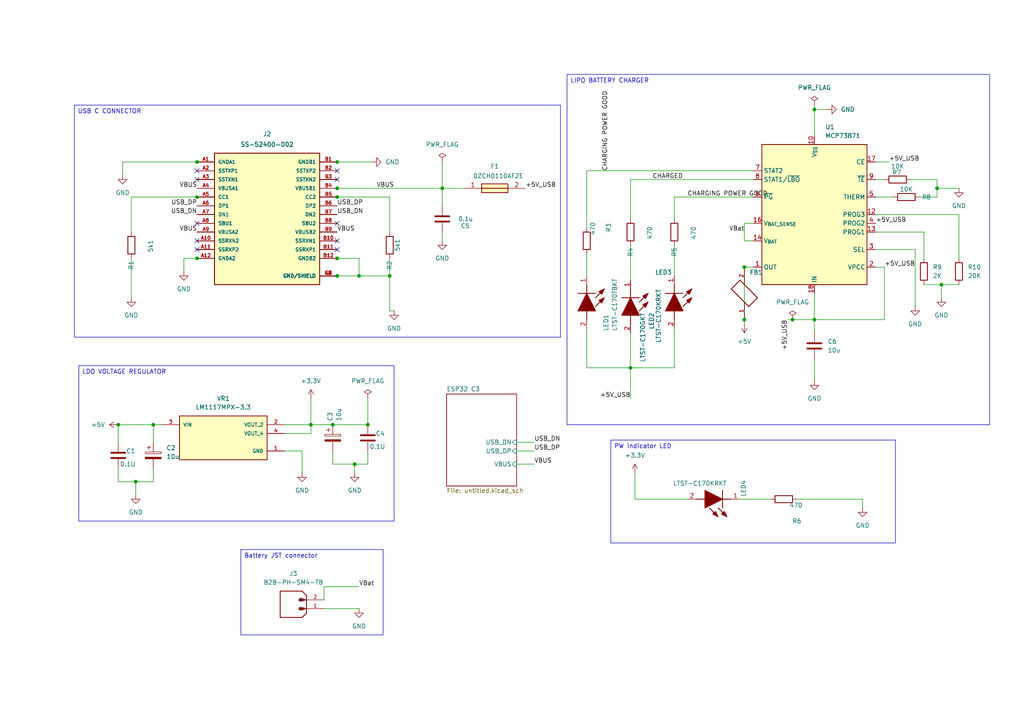
<source format=kicad_sch>
(kicad_sch (version 20250114) (generator "eeschema") (generator_version "9.0")
  (paper "A4")
  (lib_symbols
    (symbol "0ZCH0110AF2E:0ZCH0110AF2E" (pin_names (hide yes))
      (property "Reference" "F" (at 13.97 6.35 0))
      (property "Value" "0ZCH0110AF2E" (at 13.97 3.81 0))
      (symbol "0ZCH0110AF2E_1_1"
        (rectangle (start 5.08 1.27) (end 12.7 -1.27) (stroke (width 0.254)) (fill (type background)))
        (polyline (pts (xy 5.08 0) (xy 12.7 0)) (stroke (width 0.254)))
        (pin passive line (at 0 0 0) (length 5.08) (name "1") (number "1"))
        (pin passive line (at 17.78 0 180) (length 5.08) (name "2") (number "2"))
      )
    )
    (symbol "B2B-PH-SM4-TB:B2B-PH-SM4-TB" (pin_names (offset 1.016))
      (property "Reference" "J" (at 0 6.35 0))
      (property "Value" "B2B-PH-SM4-TB" (at 0 -5.08 0))
      (symbol "B2B-PH-SM4-TB_0_0"
        (polyline (pts (xy 0 3.81) (xy 0 2.54)) (stroke (width 0.254)))
        (polyline (pts (xy 0 3.81) (xy 1.27 5.08)) (stroke (width 0.254)))
        (polyline (pts (xy 0 2.54) (xy 0 -1.27)) (stroke (width 0.254)))
        (polyline (pts (xy 0 2.54) (xy 1.905 2.54)) (stroke (width 0.254)))
        (polyline (pts (xy 0 0) (xy 1.905 0)) (stroke (width 0.254)))
        (polyline (pts (xy 0 -1.27) (xy 1.27 -2.54)) (stroke (width 0.254)))
        (rectangle (start 0.635 2.2225) (end 2.2225 2.8575) (stroke (width 0.1)) (fill (type outline)))
        (rectangle (start 0.635 -0.3175) (end 2.2225 0.3175) (stroke (width 0.1)) (fill (type outline)))
        (polyline (pts (xy 1.27 -2.54) (xy 7.62 -2.54)) (stroke (width 0.254)))
        (polyline (pts (xy 7.62 5.08) (xy 1.27 5.08)) (stroke (width 0.254)))
        (polyline (pts (xy 7.62 -2.54) (xy 7.62 5.08)) (stroke (width 0.254)))
        (pin passive line (at -5.08 2.54 0) (length 5.08) (name "1") (number "1"))
        (pin passive line (at -5.08 0 0) (length 5.08) (name "2") (number "2"))
      )
    )
    (symbol "Battery_Management:MCP73871"
      (property "Reference" "U" (at -7.62 24.13 0))
      (property "Value" "MCP73871" (at -15.24 21.59 0))
      (symbol "MCP73871_0_1"
        (rectangle (start -15.24 20.32) (end 15.24 -20.32) (stroke (width 0.254)) (fill (type background)))
      )
      (symbol "MCP73871_1_1"
        (pin input line (at -17.78 15.24 0) (length 2.54) (name "VPCC") (number "2"))
        (pin input line (at -17.78 10.16 0) (length 2.54) (name "SEL") (number "3"))
        (pin bidirectional line (at -17.78 5.08 0) (length 2.54) (name "PROG1") (number "13"))
        (pin input line (at -17.78 2.54 0) (length 2.54) (name "PROG2") (number "4"))
        (pin bidirectional line (at -17.78 0 0) (length 2.54) (name "PROG3") (number "12"))
        (pin bidirectional line (at -17.78 -5.08 0) (length 2.54) (name "THERM") (number "5"))
        (pin input line (at -17.78 -10.16 0) (length 2.54) (name "~{TE}") (number "9"))
        (pin input line (at -17.78 -15.24 0) (length 2.54) (name "CE") (number "17"))
        (pin power_in line (at 0 22.86 270) (length 2.54) (name "IN") (number "18"))
        (pin passive line (at 0 22.86 270) (length 2.54) (hide yes) (name "IN") (number "19"))
        (pin power_in line (at 0 -22.86 90) (length 2.54) (name "V_{SS}") (number "10"))
        (pin passive line (at 0 -22.86 90) (length 2.54) (hide yes) (name "V_{SS}") (number "11"))
        (pin passive line (at 0 -22.86 90) (length 2.54) (hide yes) (name "V_{SS}") (number "21"))
        (pin power_out line (at 17.78 15.24 180) (length 2.54) (name "OUT") (number "1"))
        (pin passive line (at 17.78 15.24 180) (length 2.54) (hide yes) (name "OUT") (number "20"))
        (pin power_out line (at 17.78 7.62 180) (length 2.54) (name "V_{BAT}") (number "14"))
        (pin passive line (at 17.78 7.62 180) (length 2.54) (hide yes) (name "V_{BAT}") (number "15"))
        (pin input line (at 17.78 2.54 180) (length 2.54) (name "V_{BAT_SENSE}") (number "16"))
        (pin open_collector line (at 17.78 -5.08 180) (length 2.54) (name "~{PG}") (number "6"))
        (pin open_collector line (at 17.78 -10.16 180) (length 2.54) (name "STAT1/~{LBO}") (number "8"))
        (pin open_collector line (at 17.78 -12.7 180) (length 2.54) (name "STAT2") (number "7"))
      )
    )
    (symbol "Device:C" (pin_numbers (hide yes)) (pin_names (offset 0.254))
      (property "Reference" "C" (at 0.635 2.54 0))
      (property "Value" "C" (at 0.635 -2.54 0))
      (symbol "C_0_1"
        (polyline (pts (xy -2.032 0.762) (xy 2.032 0.762)) (stroke (width 0.508)))
        (polyline (pts (xy -2.032 -0.762) (xy 2.032 -0.762)) (stroke (width 0.508)))
      )
      (symbol "C_1_1"
        (pin passive line (at 0 3.81 270) (length 2.794) (name "~") (number "1"))
        (pin passive line (at 0 -3.81 90) (length 2.794) (name "~") (number "2"))
      )
    )
    (symbol "Device:C_Polarized" (pin_numbers (hide yes)) (pin_names (offset 0.254))
      (property "Reference" "C" (at 0.635 2.54 0))
      (property "Value" "C_Polarized" (at 0.635 -2.54 0))
      (symbol "C_Polarized_0_1"
        (rectangle (start -2.286 0.508) (end 2.286 1.016))
        (polyline (pts (xy -1.778 2.286) (xy -0.762 2.286)))
        (polyline (pts (xy -1.27 2.794) (xy -1.27 1.778)))
        (rectangle (start 2.286 -0.508) (end -2.286 -1.016) (fill (type outline)))
      )
      (symbol "C_Polarized_1_1"
        (pin passive line (at 0 3.81 270) (length 2.794) (name "~") (number "1"))
        (pin passive line (at 0 -3.81 90) (length 2.794) (name "~") (number "2"))
      )
    )
    (symbol "Device:R" (pin_numbers (hide yes)) (pin_names (offset 0))
      (property "Reference" "R" (at 2.032 0 90))
      (property "Value" "R" (at 0 0 90))
      (symbol "R_0_1"
        (rectangle (start -1.016 -2.54) (end 1.016 2.54) (stroke (width 0.254)))
      )
      (symbol "R_1_1"
        (pin passive line (at 0 3.81 270) (length 1.27) (name "~") (number "1"))
        (pin passive line (at 0 -3.81 90) (length 1.27) (name "~") (number "2"))
      )
    )
    (symbol "FBMJ2125HM330-T:FBMJ2125HM330-T" (pin_names (offset 1.016))
      (property "Reference" "FB" (at -7.6244 5.0815 0))
      (property "Value" "FBMJ2125HM330-T" (at -7.63 -7.6266 0))
      (symbol "FBMJ2125HM330-T_0_0"
        (polyline (pts (xy -3.81 -1.27) (xy -1.27 -3.81)) (stroke (width 0.254)))
        (polyline (pts (xy -1.27 -3.81) (xy 3.81 1.27)) (stroke (width 0.254)))
        (polyline (pts (xy 1.27 3.81) (xy -3.81 -1.27)) (stroke (width 0.254)))
        (polyline (pts (xy 3.81 1.27) (xy 1.27 3.81)) (stroke (width 0.254)))
        (pin passive line (at -7.62 0 0) (length 5.08) (name "~") (number "1"))
        (pin passive line (at 7.62 0 180) (length 5.08) (name "~") (number "2"))
      )
    )
    (symbol "LM1117MPX-3.3:LM1117MPX-3.3" (pin_names (offset 1.016))
      (property "Reference" "VR" (at -12.7 6.08 0))
      (property "Value" "LM1117MPX-3.3" (at -12.7 -9.08 0))
      (symbol "LM1117MPX-3.3_0_0"
        (rectangle (start -12.7 -7.62) (end 12.7 5.08) (stroke (width 0.254)) (fill (type background)))
        (pin power_in line (at -17.78 2.54 0) (length 5.08) (name "VIN") (number "3"))
        (pin power_in line (at 17.78 2.54 180) (length 5.08) (name "VOUT_2") (number "2"))
        (pin power_in line (at 17.78 0 180) (length 5.08) (name "VOUT_4") (number "4"))
        (pin power_in line (at 17.78 -5.08 180) (length 5.08) (name "GND") (number "1"))
      )
    )
    (symbol "LTST-C170GKT:LTST-C170GKT" (pin_names (hide yes))
      (property "Reference" "LED" (at 12.7 8.89 0))
      (property "Value" "LTST-C170GKT" (at 12.7 6.35 0))
      (symbol "LTST-C170GKT_1_1"
        (polyline (pts (xy 2.54 0) (xy 5.08 0)) (stroke (width 0.254)))
        (polyline (pts (xy 5.08 2.54) (xy 5.08 -2.54)) (stroke (width 0.254)))
        (polyline (pts (xy 5.08 0) (xy 10.16 2.54) (xy 10.16 -2.54) (xy 5.08 0)) (stroke (width 0.254)) (fill (type outline)))
        (polyline (pts (xy 5.334 4.318) (xy 4.572 3.556) (xy 3.81 5.08) (xy 5.334 4.318)) (stroke (width 0.254)) (fill (type outline)))
        (polyline (pts (xy 6.35 2.54) (xy 3.81 5.08)) (stroke (width 0.254)))
        (polyline (pts (xy 7.874 4.318) (xy 7.112 3.556) (xy 6.35 5.08) (xy 7.874 4.318)) (stroke (width 0.254)) (fill (type outline)))
        (polyline (pts (xy 8.89 2.54) (xy 6.35 5.08)) (stroke (width 0.254)))
        (polyline (pts (xy 10.16 0) (xy 12.7 0)) (stroke (width 0.254)))
        (pin passive line (at 0 0 0) (length 2.54) (name "K") (number "1"))
        (pin passive line (at 15.24 0 180) (length 2.54) (name "A") (number "2"))
      )
    )
    (symbol "LTST-C170KRKT:LTST-C170KRKT" (pin_names (hide yes))
      (property "Reference" "LED" (at 12.7 8.89 0))
      (property "Value" "LTST-C170KRKT" (at 12.7 6.35 0))
      (symbol "LTST-C170KRKT_1_1"
        (polyline (pts (xy 2.54 0) (xy 5.08 0)) (stroke (width 0.254)))
        (polyline (pts (xy 5.08 2.54) (xy 5.08 -2.54)) (stroke (width 0.254)))
        (polyline (pts (xy 5.08 0) (xy 10.16 2.54) (xy 10.16 -2.54) (xy 5.08 0)) (stroke (width 0.254)) (fill (type outline)))
        (polyline (pts (xy 5.334 4.318) (xy 4.572 3.556) (xy 3.81 5.08) (xy 5.334 4.318)) (stroke (width 0.254)) (fill (type outline)))
        (polyline (pts (xy 6.35 2.54) (xy 3.81 5.08)) (stroke (width 0.254)))
        (polyline (pts (xy 7.874 4.318) (xy 7.112 3.556) (xy 6.35 5.08) (xy 7.874 4.318)) (stroke (width 0.254)) (fill (type outline)))
        (polyline (pts (xy 8.89 2.54) (xy 6.35 5.08)) (stroke (width 0.254)))
        (polyline (pts (xy 10.16 0) (xy 12.7 0)) (stroke (width 0.254)))
        (pin passive line (at 0 0 0) (length 2.54) (name "K") (number "1"))
        (pin passive line (at 15.24 0 180) (length 2.54) (name "A") (number "2"))
      )
    )
    (symbol "LTST-C170TBKT:LTST-C170TBKT" (pin_names (hide yes))
      (property "Reference" "LED" (at 12.7 8.89 0))
      (property "Value" "LTST-C170TBKT" (at 12.7 6.35 0))
      (symbol "LTST-C170TBKT_1_1"
        (polyline (pts (xy 2.54 0) (xy 5.08 0)) (stroke (width 0.254)))
        (polyline (pts (xy 5.08 2.54) (xy 5.08 -2.54)) (stroke (width 0.254)))
        (polyline (pts (xy 5.08 0) (xy 10.16 2.54) (xy 10.16 -2.54) (xy 5.08 0)) (stroke (width 0.254)) (fill (type outline)))
        (polyline (pts (xy 5.334 4.318) (xy 4.572 3.556) (xy 3.81 5.08) (xy 5.334 4.318)) (stroke (width 0.254)) (fill (type outline)))
        (polyline (pts (xy 6.35 2.54) (xy 3.81 5.08)) (stroke (width 0.254)))
        (polyline (pts (xy 7.874 4.318) (xy 7.112 3.556) (xy 6.35 5.08) (xy 7.874 4.318)) (stroke (width 0.254)) (fill (type outline)))
        (polyline (pts (xy 8.89 2.54) (xy 6.35 5.08)) (stroke (width 0.254)))
        (polyline (pts (xy 10.16 0) (xy 12.7 0)) (stroke (width 0.254)))
        (pin passive line (at 0 0 0) (length 2.54) (name "K") (number "1"))
        (pin passive line (at 15.24 0 180) (length 2.54) (name "A") (number "2"))
      )
    )
    (symbol "SS-52400-002:SS-52400-002" (pin_names (offset 1.016))
      (property "Reference" "J" (at -15.24 19.05 0))
      (property "Value" "SS-52400-002" (at -15.24 -22.86 0))
      (symbol "SS-52400-002_0_0"
        (rectangle (start -15.24 -20.32) (end 15.24 17.78) (stroke (width 0.254)) (fill (type background)))
        (pin power_in line (at -20.32 15.24 0) (length 5.08) (name "GNDA1") (number "A1"))
        (pin bidirectional line (at -20.32 12.7 0) (length 5.08) (name "SSTXP1") (number "A2"))
        (pin bidirectional line (at -20.32 10.16 0) (length 5.08) (name "SSTXN1") (number "A3"))
        (pin power_in line (at -20.32 7.62 0) (length 5.08) (name "VBUSA1") (number "A4"))
        (pin bidirectional line (at -20.32 5.08 0) (length 5.08) (name "CC1") (number "A5"))
        (pin bidirectional line (at -20.32 2.54 0) (length 5.08) (name "DP1") (number "A6"))
        (pin bidirectional line (at -20.32 0 0) (length 5.08) (name "DN1") (number "A7"))
        (pin bidirectional line (at -20.32 -2.54 0) (length 5.08) (name "SBU1") (number "A8"))
        (pin power_in line (at -20.32 -5.08 0) (length 5.08) (name "VBUSA2") (number "A9"))
        (pin bidirectional line (at -20.32 -7.62 0) (length 5.08) (name "SSRXN2") (number "A10"))
        (pin bidirectional line (at -20.32 -10.16 0) (length 5.08) (name "SSRXP2") (number "A11"))
        (pin power_in line (at -20.32 -12.7 0) (length 5.08) (name "GNDA2") (number "A12"))
        (pin power_in line (at 20.32 15.24 180) (length 5.08) (name "GNDB1") (number "B1"))
        (pin bidirectional line (at 20.32 12.7 180) (length 5.08) (name "SSTXP2") (number "B2"))
        (pin bidirectional line (at 20.32 10.16 180) (length 5.08) (name "SSTXN2") (number "B3"))
        (pin power_in line (at 20.32 7.62 180) (length 5.08) (name "VBUSB1") (number "B4"))
        (pin bidirectional line (at 20.32 5.08 180) (length 5.08) (name "CC2") (number "B5"))
        (pin bidirectional line (at 20.32 2.54 180) (length 5.08) (name "DP2") (number "B6"))
        (pin bidirectional line (at 20.32 0 180) (length 5.08) (name "DN2") (number "B7"))
        (pin bidirectional line (at 20.32 -2.54 180) (length 5.08) (name "SBU2") (number "B8"))
        (pin power_in line (at 20.32 -5.08 180) (length 5.08) (name "VBUSB2") (number "B9"))
        (pin bidirectional line (at 20.32 -7.62 180) (length 5.08) (name "SSRXN1") (number "B10"))
        (pin bidirectional line (at 20.32 -10.16 180) (length 5.08) (name "SSRXP1") (number "B11"))
        (pin power_in line (at 20.32 -12.7 180) (length 5.08) (name "GNDB2") (number "B12"))
        (pin power_in line (at 20.32 -17.78 180) (length 5.08) (name "GND/SHIELD") (number "G1"))
        (pin power_in line (at 20.32 -17.78 180) (length 5.08) (name "GND/SHIELD") (number "G2"))
        (pin power_in line (at 20.32 -17.78 180) (length 5.08) (name "GND/SHIELD") (number "G3"))
        (pin power_in line (at 20.32 -17.78 180) (length 5.08) (name "GND/SHIELD") (number "G4"))
        (pin power_in line (at 20.32 -17.78 180) (length 5.08) (name "GND/SHIELD") (number "S1"))
        (pin power_in line (at 20.32 -17.78 180) (length 5.08) (name "GND/SHIELD") (number "S2"))
        (pin power_in line (at 20.32 -17.78 180) (length 5.08) (name "GND/SHIELD") (number "S3"))
        (pin power_in line (at 20.32 -17.78 180) (length 5.08) (name "GND/SHIELD") (number "S4"))
      )
    )
    (symbol "power:+3.3V" (power) (pin_numbers (hide yes)) (pin_names (offset 0) (hide yes))
      (property "Value" "+3.3V" (at 0 3.556 0))
      (symbol "+3.3V_0_1"
        (polyline (pts (xy -0.762 1.27) (xy 0 2.54)))
        (polyline (pts (xy 0 2.54) (xy 0.762 1.27)))
        (polyline (pts (xy 0 0) (xy 0 2.54)))
      )
      (symbol "+3.3V_1_1"
        (pin power_in line (at 0 0 90) (length 0) (name "~") (number "1"))
      )
    )
    (symbol "power:+5V" (power) (pin_numbers (hide yes)) (pin_names (offset 0) (hide yes))
      (property "Value" "+5V" (at 0 3.556 0))
      (symbol "+5V_0_1"
        (polyline (pts (xy -0.762 1.27) (xy 0 2.54)))
        (polyline (pts (xy 0 2.54) (xy 0.762 1.27)))
        (polyline (pts (xy 0 0) (xy 0 2.54)))
      )
      (symbol "+5V_1_1"
        (pin power_in line (at 0 0 90) (length 0) (name "~") (number "1"))
      )
    )
    (symbol "power:GND" (power) (pin_numbers (hide yes)) (pin_names (offset 0) (hide yes))
      (property "Value" "GND" (at 0 -3.81 0))
      (symbol "GND_0_1"
        (polyline (pts (xy 0 0) (xy 0 -1.27) (xy 1.27 -1.27) (xy 0 -2.54) (xy -1.27 -1.27) (xy 0 -1.27)))
      )
      (symbol "GND_1_1"
        (pin power_in line (at 0 0 270) (length 0) (name "~") (number "1"))
      )
    )
    (symbol "power:PWR_FLAG" (power) (pin_numbers (hide yes)) (pin_names (offset 0) (hide yes))
      (property "Value" "PWR_FLAG" (at 0 3.81 0))
      (symbol "PWR_FLAG_0_0"
        (pin power_out line (at 0 0 90) (length 0) (name "~") (number "1"))
      )
      (symbol "PWR_FLAG_0_1"
        (polyline (pts (xy 0 0) (xy 0 1.27) (xy -1.016 1.905) (xy 0 2.54) (xy 1.016 1.905) (xy 0 1.27)))
      )
    )
    (symbol "power:VCC" (power) (pin_numbers (hide yes)) (pin_names (offset 0) (hide yes))
      (property "Value" "VCC" (at 0 3.556 0))
      (symbol "VCC_0_1"
        (polyline (pts (xy -0.762 1.27) (xy 0 2.54)))
        (polyline (pts (xy 0 2.54) (xy 0.762 1.27)))
        (polyline (pts (xy 0 0) (xy 0 2.54)))
      )
      (symbol "VCC_1_1"
        (pin power_in line (at 0 0 90) (length 0) (name "~") (number "1"))
      )
    )
  )
  (text_box "LIPO BATTERY CHARGER \n" (at 164.465 21.59 0) (size 122.555 101.6) (margins 0.9525 0.9525 0.9525 0.9525) (effects (font (size 1.27 1.27)) (justify left top)))
  (text_box "Battery JST connector" (at 69.85 159.385 0) (size 41.275 24.765) (margins 0.9525 0.9525 0.9525 0.9525) (effects (font (size 1.27 1.27)) (justify left top)))
  (text_box "USB C CONNECTOR" (at 21.59 30.48 0) (size 140.97 67.31) (margins 0.9525 0.9525 0.9525 0.9525) (effects (font (size 1.27 1.27)) (justify left top)))
  (text_box "PW indicator LED\n" (at 177.165 127.635 0) (size 82.55 29.845) (margins 0.9525 0.9525 0.9525 0.9525) (effects (font (size 1.27 1.27)) (justify left top)))
  (text_box "LDO VOLTAGE REGULATOR\n" (at 22.86 106.045 0) (size 91.44 45.085) (margins 0.9525 0.9525 0.9525 0.9525) (effects (font (size 1.27 1.27)) (justify left top)))
  (junction (at 273.05 82.55))
  (junction (at 97.79 46.99))
  (junction (at 57.15 74.93))
  (junction (at 97.79 80.01))
  (junction (at 97.79 57.15))
  (junction (at 104.14 80.01))
  (junction (at 57.15 46.99))
  (junction (at 236.22 31.75))
  (junction (at 57.15 57.15))
  (junction (at 44.45 123.19))
  (junction (at 97.79 74.93))
  (junction (at 90.17 123.19))
  (junction (at 34.29 123.19))
  (junction (at 113.03 80.01))
  (junction (at 106.68 123.19))
  (junction (at 215.9 92.71))
  (junction (at 215.9 77.47))
  (junction (at 97.79 54.61))
  (junction (at 96.52 123.19))
  (junction (at 102.87 134.62))
  (junction (at 39.37 139.7))
  (junction (at 229.87 92.71))
  (junction (at 182.88 106.68))
  (junction (at 271.78 54.61))
  (junction (at 236.22 92.71))
  (junction (at 128.27 54.61))
  (no_connect (at 97.79 72.39))
  (no_connect (at 97.79 64.77))
  (no_connect (at 97.79 52.07))
  (no_connect (at 57.15 52.07))
  (no_connect (at 57.15 69.85))
  (no_connect (at 57.15 64.77))
  (no_connect (at 97.79 49.53))
  (no_connect (at 97.79 69.85))
  (no_connect (at 57.15 72.39))
  (no_connect (at 57.15 49.53))
  (wire (pts (xy 184.15 137.16) (xy 184.15 144.78)))
  (wire (pts (xy 106.68 115.57) (xy 106.68 123.19)))
  (wire (pts (xy 215.9 64.77) (xy 215.9 69.85)))
  (wire (pts (xy 128.27 46.99) (xy 128.27 54.61)))
  (wire (pts (xy 254 77.47) (xy 256.54 77.47)))
  (wire (pts (xy 93.98 170.18) (xy 93.98 173.99)))
  (wire (pts (xy 113.03 90.17) (xy 114.3 90.17)))
  (wire (pts (xy 38.1 67.31) (xy 38.1 57.15)))
  (wire (pts (xy 236.22 104.14) (xy 236.22 110.49)))
  (wire (pts (xy 154.94 134.62) (xy 149.86 134.62)))
  (wire (pts (xy 154.94 128.27) (xy 149.86 128.27)))
  (wire (pts (xy 273.05 82.55) (xy 273.05 86.36)))
  (wire (pts (xy 34.29 128.27) (xy 34.29 123.19)))
  (wire (pts (xy 97.79 80.01) (xy 104.14 80.01)))
  (wire (pts (xy 271.78 54.61) (xy 271.78 57.15)))
  (wire (pts (xy 195.58 57.15) (xy 218.44 57.15)))
  (wire (pts (xy 182.88 71.12) (xy 182.88 81.28)))
  (wire (pts (xy 240.03 31.75) (xy 236.22 31.75)))
  (wire (pts (xy 215.9 69.85) (xy 218.44 69.85)))
  (wire (pts (xy 236.22 92.71) (xy 256.54 92.71)))
  (wire (pts (xy 170.18 49.53) (xy 218.44 49.53)))
  (wire (pts (xy 96.52 123.19) (xy 106.68 123.19)))
  (wire (pts (xy 182.88 63.5) (xy 182.88 52.07)))
  (wire (pts (xy 254 57.15) (xy 259.08 57.15)))
  (wire (pts (xy 182.88 106.68) (xy 182.88 115.57)))
  (wire (pts (xy 215.9 77.47) (xy 215.9 92.71)))
  (wire (pts (xy 39.37 139.7) (xy 44.45 139.7)))
  (wire (pts (xy 250.19 144.78) (xy 250.19 147.32)))
  (wire (pts (xy 271.78 57.15) (xy 266.7 57.15)))
  (wire (pts (xy 254 52.07) (xy 256.54 52.07)))
  (wire (pts (xy 34.29 139.7) (xy 39.37 139.7)))
  (wire (pts (xy 104.14 74.93) (xy 104.14 80.01)))
  (wire (pts (xy 229.87 92.71) (xy 236.22 92.71)))
  (wire (pts (xy 254 72.39) (xy 265.43 72.39)))
  (wire (pts (xy 215.9 92.71) (xy 215.9 93.98)))
  (wire (pts (xy 34.29 135.89) (xy 34.29 139.7)))
  (wire (pts (xy 231.14 144.78) (xy 250.19 144.78)))
  (wire (pts (xy 113.03 67.31) (xy 113.03 57.15)))
  (wire (pts (xy 82.55 130.81) (xy 87.63 130.81)))
  (wire (pts (xy 170.18 49.53) (xy 170.18 66.04)))
  (wire (pts (xy 170.18 73.66) (xy 170.18 80.01)))
  (wire (pts (xy 113.03 74.93) (xy 113.03 80.01)))
  (wire (pts (xy 273.05 82.55) (xy 278.13 82.55)))
  (wire (pts (xy 182.88 52.07) (xy 218.44 52.07)))
  (wire (pts (xy 90.17 115.57) (xy 90.17 123.19)))
  (wire (pts (xy 195.58 71.12) (xy 195.58 80.01)))
  (wire (pts (xy 93.98 170.18) (xy 104.14 170.18)))
  (wire (pts (xy 236.22 96.52) (xy 236.22 92.71)))
  (wire (pts (xy 44.45 123.19) (xy 44.45 128.27)))
  (wire (pts (xy 256.54 77.47) (xy 256.54 92.71)))
  (wire (pts (xy 97.79 54.61) (xy 128.27 54.61)))
  (wire (pts (xy 218.44 77.47) (xy 215.9 77.47)))
  (wire (pts (xy 128.27 54.61) (xy 128.27 59.69)))
  (wire (pts (xy 96.52 134.62) (xy 102.87 134.62)))
  (wire (pts (xy 106.68 134.62) (xy 106.68 130.81)))
  (wire (pts (xy 265.43 72.39) (xy 265.43 88.9)))
  (wire (pts (xy 90.17 123.19) (xy 90.17 125.73)))
  (wire (pts (xy 182.88 96.52) (xy 182.88 106.68)))
  (wire (pts (xy 38.1 57.15) (xy 57.15 57.15)))
  (wire (pts (xy 236.22 30.48) (xy 236.22 31.75)))
  (wire (pts (xy 97.79 46.99) (xy 107.95 46.99)))
  (wire (pts (xy 113.03 80.01) (xy 113.03 90.17)))
  (wire (pts (xy 97.79 74.93) (xy 104.14 74.93)))
  (wire (pts (xy 257.81 46.99) (xy 254 46.99)))
  (wire (pts (xy 254 62.23) (xy 278.13 62.23)))
  (wire (pts (xy 104.14 176.53) (xy 93.98 176.53)))
  (wire (pts (xy 182.88 106.68) (xy 195.58 106.68)))
  (wire (pts (xy 90.17 123.19) (xy 96.52 123.19)))
  (wire (pts (xy 218.44 64.77) (xy 215.9 64.77)))
  (wire (pts (xy 214.63 144.78) (xy 223.52 144.78)))
  (wire (pts (xy 38.1 74.93) (xy 38.1 86.36)))
  (wire (pts (xy 34.29 123.19) (xy 44.45 123.19)))
  (wire (pts (xy 271.78 52.07) (xy 271.78 54.61)))
  (wire (pts (xy 35.56 46.99) (xy 57.15 46.99)))
  (wire (pts (xy 170.18 106.68) (xy 182.88 106.68)))
  (wire (pts (xy 278.13 62.23) (xy 278.13 74.93)))
  (wire (pts (xy 267.97 67.31) (xy 267.97 74.93)))
  (wire (pts (xy 195.58 63.5) (xy 195.58 57.15)))
  (wire (pts (xy 35.56 50.8) (xy 35.56 46.99)))
  (wire (pts (xy 154.94 130.81) (xy 149.86 130.81)))
  (wire (pts (xy 267.97 82.55) (xy 273.05 82.55)))
  (wire (pts (xy 44.45 123.19) (xy 46.99 123.19)))
  (wire (pts (xy 87.63 130.81) (xy 87.63 137.16)))
  (wire (pts (xy 44.45 135.89) (xy 44.45 139.7)))
  (wire (pts (xy 102.87 134.62) (xy 106.68 134.62)))
  (wire (pts (xy 236.22 85.09) (xy 236.22 92.71)))
  (wire (pts (xy 128.27 67.31) (xy 128.27 69.85)))
  (wire (pts (xy 170.18 95.25) (xy 170.18 106.68)))
  (wire (pts (xy 39.37 139.7) (xy 39.37 143.51)))
  (wire (pts (xy 53.34 78.74) (xy 53.34 74.93)))
  (wire (pts (xy 228.6 92.71) (xy 229.87 92.71)))
  (wire (pts (xy 128.27 54.61) (xy 134.62 54.61)))
  (wire (pts (xy 104.14 80.01) (xy 113.03 80.01)))
  (wire (pts (xy 53.34 74.93) (xy 57.15 74.93)))
  (wire (pts (xy 264.16 52.07) (xy 271.78 52.07)))
  (wire (pts (xy 82.55 123.19) (xy 90.17 123.19)))
  (wire (pts (xy 113.03 57.15) (xy 97.79 57.15)))
  (wire (pts (xy 184.15 144.78) (xy 199.39 144.78)))
  (wire (pts (xy 254 67.31) (xy 267.97 67.31)))
  (wire (pts (xy 82.55 125.73) (xy 90.17 125.73)))
  (wire (pts (xy 195.58 95.25) (xy 195.58 106.68)))
  (wire (pts (xy 96.52 130.81) (xy 96.52 134.62)))
  (wire (pts (xy 102.87 134.62) (xy 102.87 137.16)))
  (wire (pts (xy 271.78 54.61) (xy 278.13 54.61)))
  (wire (pts (xy 236.22 31.75) (xy 236.22 39.37)))
  (label "VBUS" (at 97.79 67.31 0))
  (label "+5V_USB" (at 228.6 92.71 270))
  (label "VBUS" (at 57.15 67.31 180))
  (label "CHARGING POWER GOOD" (at 176.53 49.53 90))
  (label "USB_DP" (at 97.79 59.69 0))
  (label "+5V_USB" (at 256.54 77.47 0))
  (label "CHARGED " (at 189.23 52.07 0))
  (label "USB_DN" (at 57.15 62.23 180))
  (label "+5V_USB" (at 257.81 46.99 0))
  (label "USB_DN" (at 154.94 128.27 0))
  (label "VBat" (at 215.9 67.31 180))
  (label "+5V_USB" (at 182.88 115.57 180))
  (label "USB_DP" (at 154.94 130.81 0))
  (label "CHARGING POWER GOOD" (at 199.39 57.15 0))
  (label "USB_DN" (at 97.79 62.23 0))
  (label "VBUS" (at 114.3 54.61 180))
  (label "+5V_USB" (at 152.4 54.61 0))
  (label "USB_DP" (at 57.15 59.69 180))
  (label "+5V_USB" (at 254 64.77 0))
  (label "VBUS" (at 154.94 134.62 0))
  (label "VBUS" (at 57.15 54.61 180))
  (label "VBat" (at 104.14 170.18 0))
  (symbol (lib_id "Battery_Management:MCP73871") (at 236.22 62.23 180) (unit 1)
    (property "Reference" "U1" (at 239.3381 36.83 0) (effects (justify right)))
    (property "Value" "MCP73871" (at 239.3381 39.37 0) (effects (justify right)))
    (property "Footprint" "Package_DFN_QFN:QFN-20-1EP_4x4mm_P0.5mm_EP2.5x2.5mm" (effects (hide yes)))
    (property "Datasheet" "http://www.mouser.com/ds/2/268/22090a-52174.pdf" (effects (hide yes)))
    (property "Description" "Single cell, Li-Ion/Li-Po charge management controller" (effects (hide yes)))
  )
  (symbol (lib_id "power:PWR_FLAG") (at 106.68 115.57 0) (unit 1)
    (property "Reference" "#FLG01" (effects (hide yes)))
    (property "Value" "PWR_FLAG" (at 106.68 110.49 0))
    (property "Description" "Special symbol for telling ERC where power comes from" (effects (hide yes)))
  )
  (symbol (lib_id "power:GND") (at 102.87 137.16 0) (unit 1)
    (property "Reference" "#PWR08" (effects (hide yes)))
    (property "Value" "GND" (at 102.87 142.24 0))
    (property "Description" "Power symbol creates a global label with name \"GND\" , ground" (effects (hide yes)))
  )
  (symbol (lib_id "SS-52400-002:SS-52400-002") (at 77.47 62.23 0) (unit 1)
    (property "Reference" "J1" (effects (hide yes)))
    (property "Value" "SS-52400-002" (at 77.47 41.91 0))
    (property "Footprint" "ESP32 PROJECT LIB:BELFUSE_SS-52400-002" (effects (hide yes)))
    (property "MF" "Bel Fuse" (effects (hide yes)))
    (property "MAXIMUM_PACKAGE_HEIGHT" "2.96 mm" (effects (hide yes)))
    (property "Package" "None" (effects (hide yes)))
    (property "Price" "None" (effects (hide yes)))
    (property "Check_prices" "https://www.snapeda.com/parts/SS-52400-002/Bel+Circuit+Protection/view-part/?ref=eda" (effects (hide yes)))
    (property "STANDARD" "Manufacturer Recommendations" (effects (hide yes)))
    (property "PARTREV" "A0" (effects (hide yes)))
    (property "SnapEDA_Link" "https://www.snapeda.com/parts/SS-52400-002/Bel+Circuit+Protection/view-part/?ref=snap" (effects (hide yes)))
    (property "MP" "SS-52400-002" (effects (hide yes)))
    (property "Description_1" "USB Type-C Connector | USB 3.1 | 1 Port | Right Angle Receptacle | Shielded | 0.039 in (1.00mm) PCB Thickness" (effects (hide yes)))
    (property "Availability" "In Stock" (effects (hide yes)))
    (property "MANUFACTURER" "BelFuse" (effects (hide yes)))
  )
  (symbol (lib_id "power:GND") (at 107.95 46.99 90) (unit 1)
    (property "Reference" "#PWR010" (effects (hide yes)))
    (property "Value" "GND" (at 111.76 46.9899 90) (effects (justify right)))
    (property "Description" "Power symbol creates a global label with name \"GND\" , ground" (effects (hide yes)))
  )
  (symbol (lib_id "LM1117MPX-3.3:LM1117MPX-3.3") (at 64.77 125.73 0) (unit 1)
    (property "Reference" "VR1" (at 64.77 115.57 0))
    (property "Value" "LM1117MPX-3.3" (at 64.77 118.11 0))
    (property "Footprint" "ESP32 PROJECT LIB:VREG_LM1117MPX-3.3" (effects (hide yes)))
    (property "MF" "onsemi" (effects (hide yes)))
    (property "DESCRIPTION" "800-mA 15-V linear voltage regulator 4-SOT-223" (effects (hide yes)))
    (property "PACKAGE" "SOT-223-4 Texas Instruments" (effects (hide yes)))
    (property "PRICE" "None" (effects (hide yes)))
    (property "Package" "SOT-223-4 ON Semiconductor" (effects (hide yes)))
    (property "Check_prices" "https://www.snapeda.com/parts/LM1117MPX-33NOPB/Onsemi/view-part/?ref=eda" (effects (hide yes)))
    (property "Price" "None" (effects (hide yes)))
    (property "SnapEDA_Link" "https://www.snapeda.com/parts/LM1117MPX-33NOPB/Onsemi/view-part/?ref=snap" (effects (hide yes)))
    (property "MP" "LM1117MPX-33NOPB" (effects (hide yes)))
    (property "Description_1" "Linear Voltage Regulator IC Positive Fixed 1 Output 800mA SOT-223" (effects (hide yes)))
    (property "Availability" "In Stock" (effects (hide yes)))
    (property "AVAILABILITY" "Warning" (effects (hide yes)))
    (property "PURCHASE-URL" "https://pricing.snapeda.com/search/part/LM1117MPX-3.3/?ref=eda" (effects (hide yes)))
  )
  (symbol (lib_id "Device:C_Polarized") (at 44.45 132.08 0) (unit 1)
    (property "Reference" "C2" (at 48.26 129.9209 0) (effects (justify left)))
    (property "Value" "10u" (at 48.26 132.4609 0) (effects (justify left)))
    (property "Footprint" "ESP32 PROJECT LIB:T491A" (effects (hide yes)))
    (property "Description" "Polarized capacitor" (effects (hide yes)))
  )
  (symbol (lib_id "power:GND") (at 273.05 86.36 0) (unit 1)
    (property "Reference" "#PWR018" (effects (hide yes)))
    (property "Value" "GND" (at 273.05 91.44 0))
    (property "Description" "Power symbol creates a global label with name \"GND\" , ground" (effects (hide yes)))
  )
  (symbol (lib_id "power:PWR_FLAG") (at 236.22 30.48 0) (unit 1)
    (property "Reference" "#FLG02" (effects (hide yes)))
    (property "Value" "PWR_FLAG" (at 236.22 25.4 0))
    (property "Description" "Special symbol for telling ERC where power comes from" (effects (hide yes)))
  )
  (symbol (lib_id "power:+5V") (at 215.9 93.98 180) (unit 1)
    (property "Reference" "#PWR014" (effects (hide yes)))
    (property "Value" "+5V" (at 215.9 99.06 0))
    (property "Description" "Power symbol creates a global label with name \"+5V\"" (effects (hide yes)))
  )
  (symbol (lib_id "power:GND") (at 35.56 50.8 0) (unit 1)
    (property "Reference" "#PWR02" (effects (hide yes)))
    (property "Value" "GND" (at 35.56 55.88 0))
    (property "Description" "Power symbol creates a global label with name \"GND\" , ground" (effects (hide yes)))
  )
  (symbol (lib_id "power:GND") (at 104.14 176.53 0) (unit 1)
    (property "Reference" "#PWR09" (effects (hide yes)))
    (property "Value" "GND" (at 104.14 181.61 0))
    (property "Description" "Power symbol creates a global label with name \"GND\" , ground" (effects (hide yes)))
  )
  (symbol (lib_id "power:PWR_FLAG") (at 229.87 92.71 0) (unit 1)
    (property "Reference" "#FLG04" (effects (hide yes)))
    (property "Value" "PWR_FLAG" (at 229.87 87.63 0))
    (property "Description" "Special symbol for telling ERC where power comes from" (effects (hide yes)))
  )
  (symbol (lib_id "power:GND") (at 53.34 78.74 0) (unit 1)
    (property "Reference" "#PWR05" (effects (hide yes)))
    (property "Value" "GND" (at 53.34 83.82 0))
    (property "Description" "Power symbol creates a global label with name \"GND\" , ground" (effects (hide yes)))
  )
  (symbol (lib_id "power:GND") (at 87.63 137.16 0) (unit 1)
    (property "Reference" "#PWR06" (effects (hide yes)))
    (property "Value" "GND" (at 87.63 142.24 0))
    (property "Description" "Power symbol creates a global label with name \"GND\" , ground" (effects (hide yes)))
  )
  (symbol (lib_id "LTST-C170GKT:LTST-C170GKT") (at 182.88 81.28 270) (unit 1)
    (property "Reference" "LED2" (at 188.976 90.678 0) (effects (justify left)))
    (property "Value" "LTST-C170GKT" (at 186.436 90.678 0) (effects (justify left)))
    (property "Footprint" "ESP32 PROJECT LIB:LEDC2012X120N" (effects (hide yes)))
    (property "Datasheet" "https://mm.digikey.com/Volume0/opasdata/d220001/medias/docus/895/LTST-C170GKT.pdf" (effects (hide yes)))
    (property "Description" "LED,SMD,0805,Green,6mcd,130deg Lite-On LTST-C170GKT, CHIPLED 0805 Series Green LED, 569 nm 2012 (0805), Rectangle Lens SMD package" (effects (hide yes)))
    (property "Height" "1.2" (effects (hide yes)))
    (property "Manufacturer_Name" "Lite-On" (effects (hide yes)))
    (property "Manufacturer_Part_Number" "LTST-C170GKT" (effects (hide yes)))
    (property "Mouser Part Number" "859-LTST-C170GKT" (effects (hide yes)))
    (property "Mouser Price/Stock" "https://www.mouser.co.uk/ProductDetail/Lite-On/LTST-C170GKT?qs=%2FSqKn2EfXQSV5aRij3YIfQ%3D%3D" (effects (hide yes)))
    (property "Arrow Part Number" "LTST-C170GKT" (effects (hide yes)))
    (property "Arrow Price/Stock" "https://www.arrow.com/en/products/ltst-c170gkt/lite-on-technology?utm_currency=USD&region=nac" (effects (hide yes)))
  )
  (symbol (lib_id "Device:R") (at 195.58 67.31 0) (unit 1)
    (property "Reference" "R5" (at 195.5416 73.1261 90))
    (property "Value" "470" (at 201.168 67.564 90))
    (property "Footprint" "Resistor_SMD:R_0805_2012Metric" (effects (hide yes)))
    (property "Description" "Resistor" (effects (hide yes)))
  )
  (symbol (lib_id "power:GND") (at 278.13 54.61 0) (unit 1)
    (property "Reference" "#PWR019" (effects (hide yes)))
    (property "Value" "GND" (at 278.13 59.69 0))
    (property "Description" "Power symbol creates a global label with name \"GND\" , ground" (effects (hide yes)))
  )
  (symbol (lib_id "power:PWR_FLAG") (at 128.27 46.99 0) (unit 1)
    (property "Reference" "#FLG03" (effects (hide yes)))
    (property "Value" "PWR_FLAG" (at 128.27 41.91 0))
    (property "Description" "Special symbol for telling ERC where power comes from" (effects (hide yes)))
  )
  (symbol (lib_id "power:GND") (at 236.22 110.49 0) (unit 1)
    (property "Reference" "#PWR015" (effects (hide yes)))
    (property "Value" "GND" (at 236.22 115.57 0))
    (property "Description" "Power symbol creates a global label with name \"GND\" , ground" (effects (hide yes)))
  )
  (symbol (lib_id "power:GND") (at 114.3 90.17 0) (unit 1)
    (property "Reference" "#PWR011" (effects (hide yes)))
    (property "Value" "GND" (at 114.3 95.25 0))
    (property "Description" "Power symbol creates a global label with name \"GND\" , ground" (effects (hide yes)))
  )
  (symbol (lib_id "FBMJ2125HM330-T:FBMJ2125HM330-T") (at 215.9 85.09 90) (unit 1)
    (property "Reference" "FB1" (at 217.424 78.994 90) (effects (justify right)))
    (property "Value" "FBMJ2125HM330-T" (effects (hide yes)))
    (property "Footprint" "ESP32 PROJECT LIB:BEADC2012X105N" (effects (hide yes)))
    (property "MF" "Taiyo Yuden" (effects (hide yes)))
    (property "Description_1" "33 Ohms @ 100 MHz 1 Power Line Ferrite Bead 0805 (2012 Metric) 4A 8mOhm" (effects (hide yes)))
    (property "Package" "2012 Taiyo Yuden" (effects (hide yes)))
    (property "Price" "None" (effects (hide yes)))
    (property "SnapEDA_Link" "https://www.snapeda.com/parts/FBMJ2125HM330-T/Taiyo+Yuden/view-part/?ref=snap" (effects (hide yes)))
    (property "MP" "FBMJ2125HM330-T" (effects (hide yes)))
    (property "Availability" "In Stock" (effects (hide yes)))
    (property "Check_prices" "https://www.snapeda.com/parts/FBMJ2125HM330-T/Taiyo+Yuden/view-part/?ref=eda" (effects (hide yes)))
  )
  (symbol (lib_id "Device:R") (at 262.89 57.15 90) (unit 1)
    (property "Reference" "R8" (at 268.7061 57.1884 90))
    (property "Value" "10K" (at 262.8641 54.9024 90))
    (property "Footprint" "Resistor_SMD:R_0805_2012Metric" (effects (hide yes)))
    (property "Description" "Resistor" (effects (hide yes)))
  )
  (symbol (lib_id "power:GND") (at 265.43 88.9 0) (unit 1)
    (property "Reference" "#PWR057" (effects (hide yes)))
    (property "Value" "GND" (at 265.43 93.98 0))
    (property "Description" "Power symbol creates a global label with name \"GND\" , ground" (effects (hide yes)))
  )
  (symbol (lib_id "power:GND") (at 240.03 31.75 90) (unit 1)
    (property "Reference" "#PWR016" (effects (hide yes)))
    (property "Value" "GND" (at 243.84 31.7499 90) (effects (justify right)))
    (property "Description" "Power symbol creates a global label with name \"GND\" , ground" (effects (hide yes)))
  )
  (symbol (lib_id "Device:R") (at 260.35 52.07 90) (unit 1)
    (property "Reference" "R7" (at 260.096 50.038 90))
    (property "Value" "10K" (at 260.35 48.26 90))
    (property "Footprint" "Resistor_SMD:R_0805_2012Metric" (effects (hide yes)))
    (property "Description" "Resistor" (effects (hide yes)))
  )
  (symbol (lib_id "0ZCH0110AF2E:0ZCH0110AF2E") (at 134.62 54.61 0) (unit 1)
    (property "Reference" "F1" (at 143.51 48.26 0))
    (property "Value" "0ZCH0110AF2E" (at 144.526 51.054 0))
    (property "Footprint" "ESP32 PROJECT LIB:FUSC3226X100N" (effects (hide yes)))
    (property "Datasheet" "https://www.belfuse.com/resources/datasheets/circuitprotection/ds-cp-0zch-series.pdf" (effects (hide yes)))
    (property "Description" "1210 SMT PPTC | 1.10 Ih | 16V" (effects (hide yes)))
    (property "Height" "1" (effects (hide yes)))
    (property "Manufacturer_Name" "Bel Circuit Protection" (effects (hide yes)))
    (property "Manufacturer_Part_Number" "0ZCH0110AF2E" (effects (hide yes)))
  )
  (symbol (lib_id "B2B-PH-SM4-TB:B2B-PH-SM4-TB") (at 88.9 173.99 180) (unit 1)
    (property "Reference" "J3" (at 85.09 166.37 0))
    (property "Value" "B2B-PH-SM4-TB" (at 85.09 168.91 0))
    (property "Footprint" "ESP32 PROJECT LIB:JST_B2B-PH-SM4-TB" (effects (hide yes)))
    (property "MF" "JST" (effects (hide yes)))
    (property "MAXIMUM_PACKAGE_HEIGHT" "6.6 mm" (effects (hide yes)))
    (property "Package" "NON STANDARD-2 JST" (effects (hide yes)))
    (property "Price" "None" (effects (hide yes)))
    (property "Check_prices" "https://www.snapeda.com/parts/B2B-PH-SM4-TB/JST/view-part/?ref=eda" (effects (hide yes)))
    (property "STANDARD" "Manufacturer Recommendations" (effects (hide yes)))
    (property "PARTREV" "N/A" (effects (hide yes)))
    (property "SnapEDA_Link" "https://www.snapeda.com/parts/B2B-PH-SM4-TB/JST/view-part/?ref=snap" (effects (hide yes)))
    (property "MP" "B2B-PH-SM4-TB" (effects (hide yes)))
    (property "Description_1" "Connector Header Surface Mount 2 position 0.079 (2.00mm)" (effects (hide yes)))
    (property "Availability" "In Stock" (effects (hide yes)))
    (property "MANUFACTURER" "JST" (effects (hide yes)))
  )
  (symbol (lib_id "Device:R") (at 278.13 78.74 0) (unit 1)
    (property "Reference" "R10" (at 280.67 77.4699 0) (effects (justify left)))
    (property "Value" "20K" (at 280.67 80.0099 0) (effects (justify left)))
    (property "Footprint" "Resistor_SMD:R_0805_2012Metric" (effects (hide yes)))
    (property "Description" "Resistor" (effects (hide yes)))
  )
  (symbol (lib_id "LTST-C170KRKT:LTST-C170KRKT") (at 214.63 144.78 180) (unit 1)
    (property "Reference" "LED4" (at 215.646 139.192 90) (effects (justify left)))
    (property "Value" "LTST-C170KRKT" (at 210.82 140.208 0) (effects (justify left)))
    (property "Footprint" "ESP32 PROJECT LIB:LEDC2012X120N" (effects (hide yes)))
    (property "Datasheet" "https://componentsearchengine.com/Datasheets/1/LTST-C170KRKT.pdf" (effects (hide yes)))
    (property "Description" "Standard LEDs - SMD Red Clear 631nm" (effects (hide yes)))
    (property "Height" "1.2" (effects (hide yes)))
    (property "Manufacturer_Name" "Lite-On" (effects (hide yes)))
    (property "Manufacturer_Part_Number" "LTST-C170KRKT" (effects (hide yes)))
    (property "Mouser Part Number" "859-LTST-C170KRKT" (effects (hide yes)))
    (property "Mouser Price/Stock" "https://www.mouser.co.uk/ProductDetail/Lite-On/LTST-C170KRKT?qs=NUb82WqeCyrVOID%2Fxt4rgA%3D%3D" (effects (hide yes)))
    (property "Arrow Part Number" "LTST-C170KRKT" (effects (hide yes)))
    (property "Arrow Price/Stock" "https://www.arrow.com/en/products/ltst-c170krkt/lite-on-technology?utm_currency=USD&region=nac" (effects (hide yes)))
  )
  (symbol (lib_id "Device:R") (at 170.18 69.85 0) (unit 1)
    (property "Reference" "R3" (at 176.53 66.04 90))
    (property "Value" "470" (at 171.958 66.294 90))
    (property "Footprint" "Resistor_SMD:R_0805_2012Metric" (effects (hide yes)))
    (property "Description" "Resistor" (effects (hide yes)))
  )
  (symbol (lib_id "Device:R") (at 267.97 78.74 0) (unit 1)
    (property "Reference" "R9" (at 270.51 77.4699 0) (effects (justify left)))
    (property "Value" "2K" (at 270.51 80.0099 0) (effects (justify left)))
    (property "Footprint" "Resistor_SMD:R_0805_2012Metric" (effects (hide yes)))
    (property "Description" "Resistor" (effects (hide yes)))
  )
  (symbol (lib_id "power:+5V") (at 34.29 123.19 90) (unit 1)
    (property "Reference" "#PWR01" (effects (hide yes)))
    (property "Value" "+5V" (at 30.48 123.1899 90) (effects (justify left)))
    (property "Description" "Power symbol creates a global label with name \"+5V\"" (effects (hide yes)))
  )
  (symbol (lib_id "Device:R") (at 113.03 71.12 0) (unit 1)
    (property "Reference" "R2" (at 112.9916 76.9361 90))
    (property "Value" "5k1" (at 115.2776 71.0941 90))
    (property "Footprint" "Resistor_SMD:R_0805_2012Metric" (effects (hide yes)))
    (property "Description" "Resistor" (effects (hide yes)))
  )
  (symbol (lib_id "Device:C") (at 236.22 100.33 0) (unit 1)
    (property "Reference" "C6" (at 240.03 99.0599 0) (effects (justify left)))
    (property "Value" "10u" (at 240.03 101.5999 0) (effects (justify left)))
    (property "Footprint" "Capacitor_SMD:C_0805_2012Metric" (effects (hide yes)))
    (property "Description" "Unpolarized capacitor" (effects (hide yes)))
  )
  (symbol (lib_id "LTST-C170KRKT:LTST-C170KRKT") (at 195.58 80.01 270) (unit 1)
    (property "Reference" "LED3" (at 189.992 78.994 90) (effects (justify left)))
    (property "Value" "LTST-C170KRKT" (at 191.008 83.82 0) (effects (justify left)))
    (property "Footprint" "ESP32 PROJECT LIB:LEDC2012X120N" (effects (hide yes)))
    (property "Datasheet" "https://componentsearchengine.com/Datasheets/1/LTST-C170KRKT.pdf" (effects (hide yes)))
    (property "Description" "Standard LEDs - SMD Red Clear 631nm" (effects (hide yes)))
    (property "Height" "1.2" (effects (hide yes)))
    (property "Manufacturer_Name" "Lite-On" (effects (hide yes)))
    (property "Manufacturer_Part_Number" "LTST-C170KRKT" (effects (hide yes)))
    (property "Mouser Part Number" "859-LTST-C170KRKT" (effects (hide yes)))
    (property "Mouser Price/Stock" "https://www.mouser.co.uk/ProductDetail/Lite-On/LTST-C170KRKT?qs=NUb82WqeCyrVOID%2Fxt4rgA%3D%3D" (effects (hide yes)))
    (property "Arrow Part Number" "LTST-C170KRKT" (effects (hide yes)))
    (property "Arrow Price/Stock" "https://www.arrow.com/en/products/ltst-c170krkt/lite-on-technology?utm_currency=USD&region=nac" (effects (hide yes)))
  )
  (symbol (lib_id "Device:R") (at 227.33 144.78 270) (unit 1)
    (property "Reference" "R6" (at 231.14 151.13 90))
    (property "Value" "470" (at 230.886 146.558 90))
    (property "Footprint" "Resistor_SMD:R_0805_2012Metric" (effects (hide yes)))
    (property "Description" "Resistor" (effects (hide yes)))
  )
  (symbol (lib_id "Device:C") (at 128.27 63.5 0) (unit 1)
    (property "Reference" "C5" (at 133.604 65.532 0) (effects (justify left)))
    (property "Value" "0.1u" (at 132.842 63.5 0) (effects (justify left)))
    (property "Footprint" "Capacitor_SMD:C_0805_2012Metric" (effects (hide yes)))
    (property "Description" "Unpolarized capacitor" (effects (hide yes)))
  )
  (symbol (lib_id "power:+3.3V") (at 184.15 137.16 0) (unit 1)
    (property "Reference" "#PWR013" (effects (hide yes)))
    (property "Value" "+3.3V" (at 184.15 132.08 0))
    (property "Description" "Power symbol creates a global label with name \"+3.3V\"" (effects (hide yes)))
  )
  (symbol (lib_id "LTST-C170TBKT:LTST-C170TBKT") (at 170.18 80.01 270) (unit 1)
    (property "Reference" "LED1" (at 175.768 96.012 0) (effects (justify right)))
    (property "Value" "LTST-C170TBKT" (at 178.308 96.012 0) (effects (justify right)))
    (property "Footprint" "ESP32 PROJECT LIB:LEDC2012X120N" (effects (hide yes)))
    (property "Datasheet" "https://componentsearchengine.com/Datasheets/1/LTST-C170TBKT.pdf" (effects (hide yes)))
    (property "Description" "LED,SMD,0805,Blue,28mcd,130deg" (effects (hide yes)))
    (property "Height" "1.2" (effects (hide yes)))
    (property "Manufacturer_Name" "Lite-On" (effects (hide yes)))
    (property "Manufacturer_Part_Number" "LTST-C170TBKT" (effects (hide yes)))
    (property "Mouser Part Number" "859-LTST-C170TBKT" (effects (hide yes)))
    (property "Mouser Price/Stock" "https://www.mouser.co.uk/ProductDetail/Lite-On/LTST-C170TBKT?qs=0uL0gcxEMop2ooGmIUzw3A%3D%3D" (effects (hide yes)))
    (property "Arrow Part Number" "LTST-C170TBKT" (effects (hide yes)))
    (property "Arrow Price/Stock" "https://www.arrow.com/en/products/ltst-c170tbkt/lite-on-technology?utm_currency=USD&region=nac" (effects (hide yes)))
  )
  (symbol (lib_id "power:GND") (at 39.37 143.51 0) (unit 1)
    (property "Reference" "#PWR04" (effects (hide yes)))
    (property "Value" "GND" (at 39.37 148.59 0))
    (property "Description" "Power symbol creates a global label with name \"GND\" , ground" (effects (hide yes)))
  )
  (symbol (lib_id "power:GND") (at 128.27 69.85 0) (unit 1)
    (property "Reference" "#PWR012" (effects (hide yes)))
    (property "Value" "GND" (at 128.27 74.93 0))
    (property "Description" "Power symbol creates a global label with name \"GND\" , ground" (effects (hide yes)))
  )
  (symbol (lib_id "SS-52400-002:SS-52400-002") (at 77.47 62.23 0) (unit 1)
    (property "Reference" "J2" (at 77.47 38.862 0))
    (property "Value" "SS-52400-002" (at 77.47 41.91 0))
    (property "Footprint" "ESP32 PROJECT LIB:BELFUSE_SS-52400-002" (effects (hide yes)))
    (property "MF" "Bel Fuse" (effects (hide yes)))
    (property "MAXIMUM_PACKAGE_HEIGHT" "2.96 mm" (effects (hide yes)))
    (property "Package" "None" (effects (hide yes)))
    (property "Price" "None" (effects (hide yes)))
    (property "Check_prices" "https://www.snapeda.com/parts/SS-52400-002/Bel+Circuit+Protection/view-part/?ref=eda" (effects (hide yes)))
    (property "STANDARD" "Manufacturer Recommendations" (effects (hide yes)))
    (property "PARTREV" "A0" (effects (hide yes)))
    (property "SnapEDA_Link" "https://www.snapeda.com/parts/SS-52400-002/Bel+Circuit+Protection/view-part/?ref=snap" (effects (hide yes)))
    (property "MP" "SS-52400-002" (effects (hide yes)))
    (property "Description_1" "USB Type-C Connector | USB 3.1 | 1 Port | Right Angle Receptacle | Shielded | 0.039 in (1.00mm) PCB Thickness" (effects (hide yes)))
    (property "Availability" "In Stock" (effects (hide yes)))
    (property "MANUFACTURER" "BelFuse" (effects (hide yes)))
  )
  (symbol (lib_id "Device:C") (at 106.68 127 0) (unit 1)
    (property "Reference" "C4" (at 108.966 125.73 0) (effects (justify left)))
    (property "Value" "0.1U" (at 107.188 129.5401 0) (effects (justify left)))
    (property "Footprint" "Capacitor_SMD:C_0805_2012Metric" (effects (hide yes)))
    (property "Description" "Unpolarized capacitor" (effects (hide yes)))
  )
  (symbol (lib_id "Device:C_Polarized") (at 96.52 127 0) (unit 1)
    (property "Reference" "C3" (at 95.758 122.174 90) (effects (justify left)))
    (property "Value" "10u" (at 98.298 122.174 90) (effects (justify left)))
    (property "Footprint" "ESP32 PROJECT LIB:T491A" (effects (hide yes)))
    (property "Description" "Polarized capacitor" (effects (hide yes)))
  )
  (symbol (lib_id "power:GND") (at 250.19 147.32 0) (unit 1)
    (property "Reference" "#PWR017" (effects (hide yes)))
    (property "Value" "GND" (at 250.19 152.4 0))
    (property "Description" "Power symbol creates a global label with name \"GND\" , ground" (effects (hide yes)))
  )
  (symbol (lib_id "power:VCC") (at 90.17 115.57 0) (unit 1)
    (property "Reference" "#PWR07" (effects (hide yes)))
    (property "Value" "+3.3V" (at 90.17 110.49 0))
    (property "Description" "Power symbol creates a global label with name \"VCC\"" (effects (hide yes)))
  )
  (symbol (lib_id "Device:R") (at 38.1 71.12 0) (unit 1)
    (property "Reference" "R1" (at 38.0616 76.9361 90))
    (property "Value" "5k1" (at 43.688 71.374 90))
    (property "Footprint" "Resistor_SMD:R_0805_2012Metric" (effects (hide yes)))
    (property "Description" "Resistor" (effects (hide yes)))
  )
  (symbol (lib_id "power:GND") (at 38.1 86.36 0) (unit 1)
    (property "Reference" "#PWR03" (effects (hide yes)))
    (property "Value" "GND" (at 38.1 91.44 0))
    (property "Description" "Power symbol creates a global label with name \"GND\" , ground" (effects (hide yes)))
  )
  (symbol (lib_id "Device:R") (at 182.88 67.31 0) (unit 1)
    (property "Reference" "R4" (at 182.8416 73.1261 90))
    (property "Value" "470" (at 188.468 67.564 90))
    (property "Footprint" "Resistor_SMD:R_0805_2012Metric" (effects (hide yes)))
    (property "Description" "Resistor" (effects (hide yes)))
  )
  (symbol (lib_id "Device:C") (at 34.29 132.08 0) (unit 1)
    (property "Reference" "C1" (at 36.576 130.81 0) (effects (justify left)))
    (property "Value" "0.1U" (at 34.798 134.6201 0) (effects (justify left)))
    (property "Footprint" "Capacitor_SMD:C_0805_2012Metric" (effects (hide yes)))
    (property "Description" "Unpolarized capacitor" (effects (hide yes)))
  )
  (sheet (at 129.54 114.3) (size 20.32 26.67) (stroke (width 0.1524))
    (property "Sheetname" "ESP32 C3" (at 129.54 113.5884 0) (effects (justify left bottom)))
    (property "Sheetfile" "untitled.kicad_sch" (at 129.54 141.5546 0) (effects (justify left top)))
    (pin "USB_DN" input (at 149.86 128.27 0))
    (pin "USB_DP" input (at 149.86 130.81 0))
    (pin "VBUS" input (at 149.86 134.62 0))
  )
)
</source>
